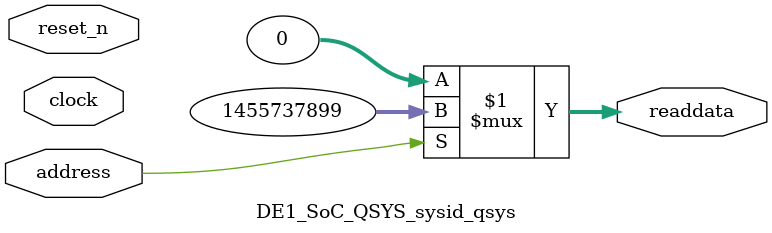
<source format=v>

`timescale 1ns / 1ps
// synthesis translate_on

// turn off superfluous verilog processor warnings 
// altera message_level Level1 
// altera message_off 10034 10035 10036 10037 10230 10240 10030 

module DE1_SoC_QSYS_sysid_qsys (
               // inputs:
                address,
                clock,
                reset_n,

               // outputs:
                readdata
             )
;

  output  [ 31: 0] readdata;
  input            address;
  input            clock;
  input            reset_n;

  wire    [ 31: 0] readdata;
  //control_slave, which is an e_avalon_slave
  assign readdata = address ? 1455737899 : 0;

endmodule




</source>
